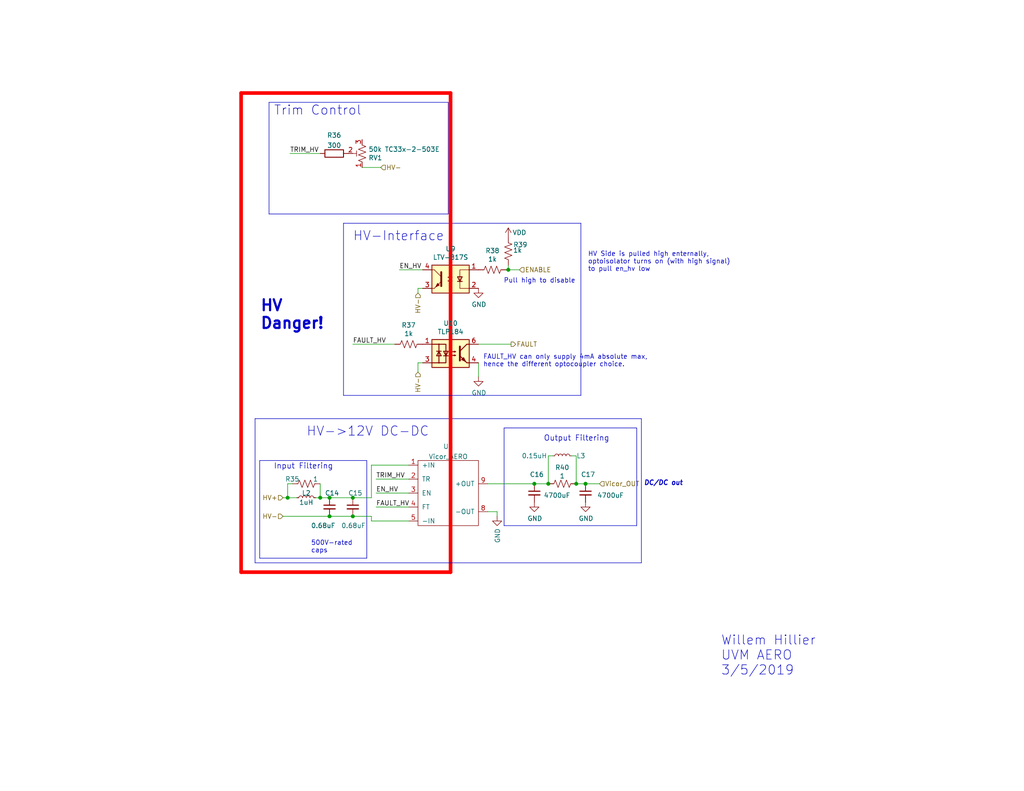
<source format=kicad_sch>
(kicad_sch (version 20230121) (generator eeschema)
  (paper "A")
  (title_block (date "2023-05-15") (rev "V 1.1") (company "AERO") (comment 1 "Willem Hillier") (comment 2 "DC/DC input "))
  (lib_symbols
    (symbol "AERO_Symbols:Vicor_AERO" (pin_names (offset 1.016))
      (property "Reference" "U7" (at 0.635 1.2995 0))
      (property "Value" "Vicor_AERO" (at 0.635 -1.4756 0))
      (symbol "Vicor_AERO_0_1"
        (rectangle (start -7.62 -2.54) (end 8.89 -20.32))
      )
      (symbol "Vicor_AERO_1_1"
        (pin input line (at -10.16 -3.81 0) (length 2.54) (name "+IN") (number "1"))
        (pin input line (at -10.16 -7.62 0) (length 2.54) (name "TR") (number "2"))
        (pin input line (at -10.16 -11.43 0) (length 2.54) (name "EN") (number "3"))
        (pin input line (at -10.16 -15.24 0) (length 2.54) (name "FT") (number "4"))
        (pin input line (at -10.16 -19.05 0) (length 2.54) (name "-IN") (number "5"))
        (pin output line (at 11.43 -16.51 180) (length 2.54) (name "-OUT") (number "8"))
        (pin output line (at 11.43 -8.89 180) (length 2.54) (name "+OUT") (number "9"))
      )
    )
    (symbol "Device:C_Small" (pin_numbers hide) (pin_names (offset 0.254) hide)
      (property "Reference" "C" (at 0.254 1.778 0))
      (property "Value" "C_Small" (at 0.254 -2.032 0))
      (symbol "C_Small_0_1"
        (polyline (pts (xy -1.524 -0.508) (xy 1.524 -0.508)) (stroke (width 0.3302)))
        (polyline (pts (xy -1.524 0.508) (xy 1.524 0.508)) (stroke (width 0.3048)))
      )
      (symbol "C_Small_1_1"
        (pin passive line (at 0 2.54 270) (length 2.032) (name "~") (number "1"))
        (pin passive line (at 0 -2.54 90) (length 2.032) (name "~") (number "2"))
      )
    )
    (symbol "Device:L_Small" (pin_numbers hide) (pin_names (offset 0.254) hide)
      (property "Reference" "L" (at 0.762 1.016 0))
      (property "Value" "L_Small" (at 0.762 -1.016 0))
      (symbol "L_Small_0_1"
        (arc (start 0 -2.032) (mid 0.5058 -1.524) (end 0 -1.016))
        (arc (start 0 -1.016) (mid 0.5058 -0.508) (end 0 0))
        (arc (start 0 0) (mid 0.5058 0.508) (end 0 1.016))
        (arc (start 0 1.016) (mid 0.5058 1.524) (end 0 2.032))
      )
      (symbol "L_Small_1_1"
        (pin passive line (at 0 2.54 270) (length 0.508) (name "~") (number "1"))
        (pin passive line (at 0 -2.54 90) (length 0.508) (name "~") (number "2"))
      )
    )
    (symbol "Device:R" (pin_numbers hide) (pin_names (offset 0))
      (property "Reference" "R" (at 2.032 0 90))
      (property "Value" "R" (at 0 0 90))
      (symbol "R_0_1"
        (rectangle (start -1.016 -2.54) (end 1.016 2.54) (stroke (width 0.254)))
      )
      (symbol "R_1_1"
        (pin passive line (at 0 3.81 270) (length 1.27) (name "~") (number "1"))
        (pin passive line (at 0 -3.81 90) (length 1.27) (name "~") (number "2"))
      )
    )
    (symbol "Device:R_POT_TRIM_US" (pin_names (offset 1.016) hide)
      (property "Reference" "RV" (at -4.445 0 90))
      (property "Value" "Device_R_POT_TRIM_US" (at -2.54 0 90))
      (symbol "R_POT_TRIM_US_0_1"
        (polyline (pts (xy 0 -2.286) (xy 0 -2.54)))
        (polyline (pts (xy 0 2.286) (xy 0 2.54)))
        (polyline (pts (xy 1.524 0.762) (xy 1.524 -0.762)))
        (polyline (pts (xy 2.54 0) (xy 1.524 0)))
        (polyline (pts (xy 0 -0.762) (xy 1.016 -1.143) (xy 0 -1.524) (xy -1.016 -1.905) (xy 0 -2.286)))
        (polyline (pts (xy 0 0.762) (xy 1.016 0.381) (xy 0 0) (xy -1.016 -0.381) (xy 0 -0.762)))
        (polyline (pts (xy 0 2.286) (xy 1.016 1.905) (xy 0 1.524) (xy -1.016 1.143) (xy 0 0.762)))
      )
      (symbol "R_POT_TRIM_US_1_1"
        (pin passive line (at 0 3.81 270) (length 1.27) (name "1") (number "1"))
        (pin passive line (at 3.81 0 180) (length 1.27) (name "2") (number "2"))
        (pin passive line (at 0 -3.81 90) (length 1.27) (name "3") (number "3"))
      )
    )
    (symbol "Device:R_US" (pin_numbers hide) (pin_names (offset 0))
      (property "Reference" "R" (at 2.54 0 90))
      (property "Value" "R_US" (at -2.54 0 90))
      (symbol "R_US_0_1"
        (polyline (pts (xy 0 -2.286) (xy 0 -2.54)))
        (polyline (pts (xy 0 2.286) (xy 0 2.54)))
        (polyline (pts (xy 0 -0.762) (xy 1.016 -1.143) (xy 0 -1.524) (xy -1.016 -1.905) (xy 0 -2.286)))
        (polyline (pts (xy 0 0.762) (xy 1.016 0.381) (xy 0 0) (xy -1.016 -0.381) (xy 0 -0.762)))
        (polyline (pts (xy 0 2.286) (xy 1.016 1.905) (xy 0 1.524) (xy -1.016 1.143) (xy 0 0.762)))
      )
      (symbol "R_US_1_1"
        (pin passive line (at 0 3.81 270) (length 1.27) (name "~") (number "1"))
        (pin passive line (at 0 -3.81 90) (length 1.27) (name "~") (number "2"))
      )
    )
    (symbol "Isolator:LTV-817S" (pin_names (offset 1.016))
      (property "Reference" "U" (at -3.81 5.08 0))
      (property "Value" "LTV-817S" (at 0 -5.08 0))
      (symbol "LTV-817S_1_1"
        (rectangle (start -5.08 3.81) (end 5.08 -3.81) (stroke (width 0.254)) (fill (type background)))
        (polyline (pts (xy -3.175 -0.635) (xy -1.905 -0.635)) (stroke (width 0.254)))
        (polyline (pts (xy 2.54 0.635) (xy 4.445 2.54)))
        (polyline (pts (xy 4.445 -2.54) (xy 2.54 -0.635)) (fill (type outline)))
        (polyline (pts (xy 4.445 -2.54) (xy 5.08 -2.54)))
        (polyline (pts (xy 4.445 2.54) (xy 5.08 2.54)))
        (polyline (pts (xy -5.08 2.54) (xy -2.54 2.54) (xy -2.54 -0.762)))
        (polyline (pts (xy -2.54 -0.635) (xy -2.54 -2.54) (xy -5.08 -2.54)))
        (polyline (pts (xy 2.54 1.905) (xy 2.54 -1.905) (xy 2.54 -1.905)) (stroke (width 0.508)))
        (polyline (pts (xy -2.54 -0.635) (xy -3.175 0.635) (xy -1.905 0.635) (xy -2.54 -0.635)) (stroke (width 0.254)))
        (polyline (pts (xy -0.508 -0.508) (xy 0.762 -0.508) (xy 0.381 -0.635) (xy 0.381 -0.381) (xy 0.762 -0.508)))
        (polyline (pts (xy -0.508 0.508) (xy 0.762 0.508) (xy 0.381 0.381) (xy 0.381 0.635) (xy 0.762 0.508)))
        (polyline (pts (xy 3.048 -1.651) (xy 3.556 -1.143) (xy 4.064 -2.159) (xy 3.048 -1.651) (xy 3.048 -1.651)) (fill (type outline)))
        (pin passive line (at -7.62 2.54 0) (length 2.54) (name "~") (number "1"))
        (pin passive line (at -7.62 -2.54 0) (length 2.54) (name "~") (number "2"))
        (pin passive line (at 7.62 -2.54 180) (length 2.54) (name "~") (number "3"))
        (pin passive line (at 7.62 2.54 180) (length 2.54) (name "~") (number "4"))
      )
    )
    (symbol "Isolator:TLP184"
      (property "Reference" "U" (at -5.08 5.08 0))
      (property "Value" "TLP184" (at -5.08 -5.08 0))
      (symbol "TLP184_0_1"
        (rectangle (start -5.08 3.81) (end 5.08 -3.81) (stroke (width 0.254)) (fill (type background)))
        (circle (center -3.175 -2.54) (radius 0.127))
        (circle (center -3.175 2.54) (radius 0.127))
        (polyline (pts (xy -3.81 0.635) (xy -2.54 0.635)) (stroke (width 0.254)))
        (polyline (pts (xy -1.905 -0.635) (xy -0.635 -0.635)) (stroke (width 0.254)))
        (polyline (pts (xy 2.54 1.905) (xy 2.54 -1.905) (xy 2.54 -1.905)) (stroke (width 0.508)))
        (polyline (pts (xy 5.08 -2.54) (xy 4.445 -2.54) (xy 2.54 -0.635)) (stroke (width 0.254)))
        (polyline (pts (xy 5.08 2.54) (xy 4.445 2.54) (xy 2.54 0.635)) (stroke (width 0.254)))
        (polyline (pts (xy -5.08 2.54) (xy -3.175 2.54) (xy -3.175 -2.54) (xy -5.08 -2.54)) (stroke (width 0.254)))
        (polyline (pts (xy -3.175 -2.54) (xy -1.27 -2.54) (xy -1.27 2.54) (xy -3.175 2.54)) (stroke (width 0.254)))
        (polyline (pts (xy -3.175 0.635) (xy -3.81 -0.635) (xy -2.54 -0.635) (xy -3.175 0.635)) (stroke (width 0.254)))
        (polyline (pts (xy -1.27 -0.635) (xy -1.905 0.635) (xy -0.635 0.635) (xy -1.27 -0.635)) (stroke (width 0.254)))
        (polyline (pts (xy 0.127 -0.508) (xy 1.397 -0.508) (xy 1.016 -0.635) (xy 1.016 -0.381) (xy 1.397 -0.508)) (stroke (width 0.254)))
        (polyline (pts (xy 0.127 0.508) (xy 1.397 0.508) (xy 1.016 0.381) (xy 1.016 0.635) (xy 1.397 0.508)) (stroke (width 0.254)))
        (polyline (pts (xy 3.048 -1.651) (xy 3.556 -1.143) (xy 4.064 -2.159) (xy 3.048 -1.651) (xy 3.048 -1.651)) (stroke (width 0.254)) (fill (type outline)))
      )
      (symbol "TLP184_1_1"
        (pin passive line (at -7.62 2.54 0) (length 2.54) (name "~") (number "1"))
        (pin passive line (at -7.62 -2.54 0) (length 2.54) (name "~") (number "3"))
        (pin passive line (at 7.62 -2.54 180) (length 2.54) (name "~") (number "4"))
        (pin passive line (at 7.62 2.54 180) (length 2.54) (name "~") (number "6"))
      )
    )
    (symbol "power:GND" (power) (pin_names (offset 0))
      (property "Value" "GND" (at 0 -3.81 0))
      (symbol "GND_0_1"
        (polyline (pts (xy 0 0) (xy 0 -1.27) (xy 1.27 -1.27) (xy 0 -2.54) (xy -1.27 -1.27) (xy 0 -1.27)))
      )
      (symbol "GND_1_1"
        (pin power_in line (at 0 0 270) (length 0) hide (name "GND") (number "1"))
      )
    )
    (symbol "power:VDD" (power) (pin_names (offset 0))
      (property "Value" "VDD" (at 0 3.81 0))
      (symbol "VDD_0_1"
        (polyline (pts (xy -0.762 1.27) (xy 0 2.54)))
        (polyline (pts (xy 0 0) (xy 0 2.54)))
        (polyline (pts (xy 0 2.54) (xy 0.762 1.27)))
      )
      (symbol "VDD_1_1"
        (pin power_in line (at 0 0 90) (length 0) hide (name "VDD") (number "1"))
      )
    )
  )
  (junction (at 96.266 140.97))
  (junction (at 96.266 135.89))
  (junction (at 157.226 132.08))
  (junction (at 149.606 132.08))
  (junction (at 89.916 140.97))
  (junction (at 138.684 73.66))
  (junction (at 159.766 132.08))
  (junction (at 89.916 135.89))
  (junction (at 87.376 135.89))
  (junction (at 78.486 135.89))
  (junction (at 145.796 132.08))
  (polyline (pts (xy 158.496 107.95) (xy 158.496 60.96)))
  (wire (pts (xy 77.216 140.97) (xy 89.916 140.97)))
  (wire (pts (xy 102.616 138.43) (xy 111.506 138.43)))
  (wire (pts (xy 87.376 132.08) (xy 87.376 135.89)))
  (wire (pts (xy 114.046 80.01) (xy 114.046 78.74)))
  (wire (pts (xy 138.684 73.66) (xy 138.176 73.66)))
  (wire (pts (xy 101.346 140.97) (xy 101.346 142.24)))
  (wire (pts (xy 135.636 139.7) (xy 135.636 140.97)))
  (wire (pts (xy 96.266 93.98) (xy 107.696 93.98)))
  (polyline (pts (xy 65.786 25.4) (xy 65.786 156.21)) (stroke (width 0.9906) (color 255 0 0 1)))
  (wire (pts (xy 157.226 132.08) (xy 159.766 132.08)))
  (polyline (pts (xy 70.866 125.73) (xy 100.076 125.73)))
  (wire (pts (xy 78.486 132.08) (xy 78.486 135.89)))
  (wire (pts (xy 115.316 99.06) (xy 114.046 99.06)))
  (wire (pts (xy 133.096 139.7) (xy 135.636 139.7)))
  (polyline (pts (xy 93.726 107.95) (xy 158.496 107.95)))
  (polyline (pts (xy 69.596 153.67) (xy 69.596 114.3)))
  (wire (pts (xy 103.886 45.72) (xy 98.806 45.72)))
  (wire (pts (xy 86.106 135.89) (xy 87.376 135.89)))
  (wire (pts (xy 130.556 93.98) (xy 139.446 93.98)))
  (wire (pts (xy 101.346 135.89) (xy 101.346 127)))
  (wire (pts (xy 114.046 99.06) (xy 114.046 101.6)))
  (wire (pts (xy 87.376 135.89) (xy 89.916 135.89)))
  (polyline (pts (xy 93.726 60.96) (xy 93.726 107.95)))
  (polyline (pts (xy 100.076 125.73) (xy 100.076 152.4)))
  (wire (pts (xy 145.796 132.08) (xy 149.606 132.08)))
  (polyline (pts (xy 122.301 58.42) (xy 122.301 27.94)))
  (wire (pts (xy 102.616 130.81) (xy 111.506 130.81)))
  (wire (pts (xy 79.756 132.08) (xy 78.486 132.08)))
  (wire (pts (xy 157.226 124.46) (xy 157.226 132.08)))
  (wire (pts (xy 96.266 135.89) (xy 101.346 135.89)))
  (polyline (pts (xy 73.406 27.94) (xy 73.406 58.42)))
  (wire (pts (xy 78.486 135.89) (xy 77.216 135.89)))
  (wire (pts (xy 149.606 132.08) (xy 149.606 124.46)))
  (wire (pts (xy 159.766 132.08) (xy 163.576 132.08)))
  (wire (pts (xy 138.684 72.39) (xy 138.684 73.66)))
  (polyline (pts (xy 122.936 25.4) (xy 122.936 156.21)) (stroke (width 0.9906) (color 255 0 0 1)))
  (wire (pts (xy 89.916 135.89) (xy 96.266 135.89)))
  (polyline (pts (xy 65.786 25.4) (xy 122.936 25.4)) (stroke (width 0.9906) (color 253 0 0 1)))
  (polyline (pts (xy 70.866 152.4) (xy 100.076 152.4)))
  (wire (pts (xy 78.486 135.89) (xy 81.026 135.89)))
  (wire (pts (xy 89.916 140.97) (xy 96.266 140.97)))
  (wire (pts (xy 130.556 99.06) (xy 130.556 102.87)))
  (polyline (pts (xy 158.496 60.96) (xy 93.726 60.96)))
  (polyline (pts (xy 69.596 153.67) (xy 175.006 153.67)))
  (wire (pts (xy 133.096 132.08) (xy 145.796 132.08)))
  (polyline (pts (xy 69.596 114.3) (xy 175.006 114.3)))
  (wire (pts (xy 102.616 134.62) (xy 111.506 134.62)))
  (wire (pts (xy 79.121 41.91) (xy 87.376 41.91)))
  (polyline (pts (xy 175.006 114.3) (xy 175.006 153.67)))
  (wire (pts (xy 101.346 142.24) (xy 111.506 142.24)))
  (wire (pts (xy 101.346 127) (xy 111.506 127)))
  (polyline (pts (xy 73.406 58.42) (xy 122.301 58.42)))
  (polyline (pts (xy 70.866 152.4) (xy 70.866 125.73)))
  (polyline (pts (xy 137.541 143.51) (xy 173.736 143.51)))
  (wire (pts (xy 108.966 73.66) (xy 115.316 73.66)))
  (wire (pts (xy 155.956 124.46) (xy 157.226 124.46)))
  (polyline (pts (xy 137.541 116.84) (xy 173.736 116.84)))
  (polyline (pts (xy 137.541 116.84) (xy 137.541 143.51)))
  (polyline (pts (xy 122.936 156.21) (xy 65.786 156.21)) (stroke (width 0.9906) (color 253 0 0 1)))
  (polyline (pts (xy 173.736 116.84) (xy 173.736 143.51)))
  (wire (pts (xy 141.732 73.66) (xy 138.684 73.66)))
  (wire (pts (xy 96.266 140.97) (xy 101.346 140.97)))
  (wire (pts (xy 149.606 124.46) (xy 150.876 124.46)))
  (polyline (pts (xy 73.406 27.94) (xy 122.301 27.94)))
  (wire (pts (xy 114.046 78.74) (xy 115.316 78.74)))
  (text "HV Side is pulled high enternally, \noptoisolator turns on (with high signal)\nto pull en_hv low" (at 160.401 74.295 0) (effects (font (size 1.27 1.27)) (justify left bottom)))
  (text "Willem Hillier\nUVM AERO\n3/5/2019" (at 196.6976 184.6072 0) (effects (font (size 2.54 2.54)) (justify left bottom)))
  (text "Trim Control" (at 74.676 31.75 0) (effects (font (size 2.54 2.54)) (justify left bottom)))
  (text "Input Filtering" (at 74.676 128.27 0) (effects (font (size 1.4986 1.4986)) (justify left bottom)))
  (text "HV->12V DC-DC" (at 83.566 119.38 0) (effects (font (size 2.54 2.54)) (justify left bottom)))
  (text "DC/DC out" (at 175.641 132.715 0) (effects (font (size 1.27 1.27) bold italic) (justify left bottom)))
  (text "Output Filtering" (at 148.336 120.65 0) (effects (font (size 1.4986 1.4986)) (justify left bottom)))
  (text "HV\nDanger!" (at 70.866 90.17 0) (effects (font (size 2.9972 2.9972) (thickness 0.5994) bold) (justify left bottom)))
  (text "Pull high to disable" (at 137.414 77.47 0) (effects (font (size 1.27 1.27)) (justify left bottom)))
  (text "500V-rated\ncaps" (at 84.836 151.13 0) (effects (font (size 1.27 1.27)) (justify left bottom)))
  (text "HV-Interface" (at 96.266 66.04 0) (effects (font (size 2.54 2.54)) (justify left bottom)))
  (text "FAULT_HV can only supply 4mA absolute max, \nhence the different optocoupler choice." (at 131.826 100.33 0) (effects (font (size 1.27 1.27)) (justify left bottom)))
  (label "EN_HV" (at 102.616 134.62 0))
  (label "FAULT_HV" (at 96.266 93.98 0))
  (label "EN_HV" (at 108.966 73.66 0))
  (label "TRIM_HV" (at 102.616 130.81 0))
  (label "TRIM_HV" (at 79.121 41.91 0))
  (label "FAULT_HV" (at 102.616 138.43 0))
  (hierarchical_label "HV-" (shape input) (at 77.216 140.97 180))
  (hierarchical_label "HV+" (shape input) (at 77.216 135.89 180))
  (hierarchical_label "ENABLE" (shape input) (at 141.732 73.66 0))
  (hierarchical_label "Vicor_OUT" (shape input) (at 163.576 132.08 0))
  (hierarchical_label "HV-" (shape input) (at 114.046 101.6 270))
  (hierarchical_label "FAULT" (shape output) (at 139.446 93.98 0))
  (hierarchical_label "HV-" (shape input) (at 103.886 45.72 0))
  (hierarchical_label "HV-" (shape input) (at 114.046 80.01 270))
  (symbol (lib_id "Device:C_Small") (at 96.266 138.43 0) (unit 1)
    (property "Reference" "C15" (at 94.996 134.62 0) (effects (justify left)))
    (property "Value" "0.68uF" (at 93.091 143.51 0) (effects (justify left)))
    (property "Footprint" "Capacitor_THT:C_Rect_L18.0mm_W8.0mm_P15.00mm_FKS3_FKP3" (effects hide))
  )
  (symbol (lib_id "power:GND") (at 135.636 140.97 0) (unit 1)
    (property "Reference" "#PWR049" (effects hide))
    (property "Value" "GND" (at 135.763 144.2212 90) (effects (justify right)))
  )
  (symbol (lib_id "Device:R") (at 91.186 41.91 90) (unit 1)
    (property "Reference" "R36" (at 91.186 36.9275 90))
    (property "Value" "300" (at 91.186 39.7026 90))
    (property "Footprint" "Resistor_SMD:R_0603_1608Metric_Pad0.98x0.95mm_HandSolder" (effects hide))
  )
  (symbol (lib_id "AERO_Symbols:Vicor_AERO") (at 121.666 123.19 0) (unit 1)
    (property "Reference" "U8" (at 122.301 121.8905 0))
    (property "Value" "Vicor_AERO" (at 122.301 124.6656 0))
    (property "Footprint" "AERO_Footprints:vicor-socket-no-cutouts" (effects hide))
  )
  (symbol (lib_id "Device:R_US") (at 83.566 132.08 270) (unit 1)
    (property "Reference" "R35" (at 79.756 130.81 90))
    (property "Value" "1" (at 86.106 130.81 90))
    (property "Footprint" "Resistor_SMD:R_2512_6332Metric_Pad1.40x3.35mm_HandSolder" (effects hide))
  )
  (symbol (lib_id "Device:R_US") (at 153.416 132.08 270) (unit 1)
    (property "Reference" "R40" (at 153.416 127.635 90))
    (property "Value" "1" (at 153.416 129.9464 90))
    (property "Footprint" "Resistor_SMD:R_2512_6332Metric_Pad1.40x3.35mm_HandSolder" (effects hide))
  )
  (symbol (lib_id "power:GND") (at 159.766 137.16 0) (unit 1)
    (property "Reference" "#PWR052" (effects hide))
    (property "Value" "GND" (at 159.893 141.5542 0))
  )
  (symbol (lib_id "Device:L_Small") (at 153.416 124.46 90) (unit 1)
    (property "Reference" "L3" (at 158.496 124.46 90))
    (property "Value" "0.15uH" (at 145.796 124.46 90))
    (property "Footprint" "Inductor_SMD:L_0805_2012Metric_Pad1.15x1.40mm_HandSolder" (effects hide))
  )
  (symbol (lib_id "power:VDD") (at 138.684 64.77 0) (unit 1)
    (property "Reference" "#PWR04" (effects hide))
    (property "Value" "VDD" (at 141.732 63.5 0))
    (instances (project "Big Daddy" (path "" (reference "#PWR04") (unit 1)) (path "" (reference "#PWR050") (unit 1))))
  )
  (symbol (lib_id "Isolator:TLP184") (at 122.936 96.52 0) (unit 1)
    (property "Reference" "U10" (at 122.936 88.265 0))
    (property "Value" "TLP184" (at 122.936 90.5764 0))
    (property "Footprint" "Package_SO:MFSOP6-4_4.4x3.6mm_P1.27mm" (effects hide))
    (property "Datasheet" "https://toshiba.semicon-storage.com/info/docget.jsp?did=11793&prodName=TLP184" (effects hide))
  )
  (symbol (lib_id "Device:R_US") (at 134.366 73.66 270) (unit 1)
    (property "Reference" "R38" (at 134.366 68.453 90))
    (property "Value" "1k" (at 134.366 70.7644 90))
    (property "Footprint" "Resistor_SMD:R_0603_1608Metric_Pad0.98x0.95mm_HandSolder" (effects hide))
  )
  (symbol (lib_id "Device:R_US") (at 111.506 93.98 270) (unit 1)
    (property "Reference" "R37" (at 111.506 88.773 90))
    (property "Value" "1k" (at 111.506 91.0844 90))
    (property "Footprint" "Resistor_SMD:R_0603_1608Metric_Pad0.98x0.95mm_HandSolder" (effects hide))
  )
  (symbol (lib_id "Device:L_Small") (at 83.566 135.89 90) (unit 1)
    (property "Reference" "L2" (at 83.566 134.62 90))
    (property "Value" "1uH" (at 83.566 137.16 90))
    (property "Footprint" "Inductor_SMD:L_1008_2520Metric_Pad1.43x2.20mm_HandSolder" (effects hide))
  )
  (symbol (lib_id "Device:R_POT_TRIM_US") (at 98.806 41.91 180) (unit 1)
    (property "Reference" "RV1" (at 100.5332 43.0784 0) (effects (justify right)))
    (property "Value" "50k TC33x-2-503E" (at 100.5332 40.767 0) (effects (justify right)))
    (property "Footprint" "Potentiometer_SMD:Potentiometer_Bourns_TC33X_Vertical" (effects hide))
  )
  (symbol (lib_id "Device:R_US") (at 138.684 68.58 0) (unit 1)
    (property "Reference" "R39" (at 141.986 66.802 0))
    (property "Value" "1k" (at 141.224 68.326 0))
    (property "Footprint" "Resistor_SMD:R_0603_1608Metric_Pad0.98x0.95mm_HandSolder" (effects hide))
  )
  (symbol (lib_id "Device:C_Small") (at 89.916 138.43 0) (unit 1)
    (property "Reference" "C14" (at 88.646 134.62 0) (effects (justify left)))
    (property "Value" "0.68uF" (at 84.836 143.51 0) (effects (justify left)))
    (property "Footprint" "Capacitor_THT:C_Rect_L18.0mm_W8.0mm_P15.00mm_FKS3_FKP3" (effects hide))
  )
  (symbol (lib_id "power:GND") (at 130.556 78.74 0) (unit 1)
    (property "Reference" "#PWR047" (effects hide))
    (property "Value" "GND" (at 130.683 83.1342 0))
  )
  (symbol (lib_id "Device:C_Small") (at 145.796 134.62 0) (unit 1)
    (property "Reference" "C16" (at 144.526 129.54 0) (effects (justify left)))
    (property "Value" "4700uF" (at 148.336 135.255 0) (effects (justify left)))
    (property "Footprint" "Capacitor_THT:C_Radial_D18.0mm_H35.5mm_P7.50mm" (effects hide))
  )
  (symbol (lib_id "Device:C_Small") (at 159.766 134.62 0) (unit 1)
    (property "Reference" "C17" (at 158.496 129.54 0) (effects (justify left)))
    (property "Value" "4700uF" (at 162.941 135.255 0) (effects (justify left)))
    (property "Footprint" "Capacitor_THT:C_Radial_D18.0mm_H35.5mm_P7.50mm" (effects hide))
  )
  (symbol (lib_id "power:GND") (at 145.796 137.16 0) (unit 1)
    (property "Reference" "#PWR051" (effects hide))
    (property "Value" "GND" (at 145.923 141.5542 0))
  )
  (symbol (lib_id "power:GND") (at 130.556 102.87 0) (unit 1)
    (property "Reference" "#PWR048" (effects hide))
    (property "Value" "GND" (at 130.683 107.2642 0))
  )
  (symbol (lib_id "Isolator:LTV-817S") (at 122.936 76.2 0) (mirror y) (unit 1)
    (property "Reference" "U9" (at 122.936 67.945 0))
    (property "Value" "LTV-817S" (at 122.936 70.2564 0))
    (property "Footprint" "Package_DIP:SMDIP-4_W9.53mm" (effects hide))
    (property "Datasheet" "http://www.us.liteon.com/downloads/LTV-817-827-847.PDF" (effects hide))
  )
)
</source>
